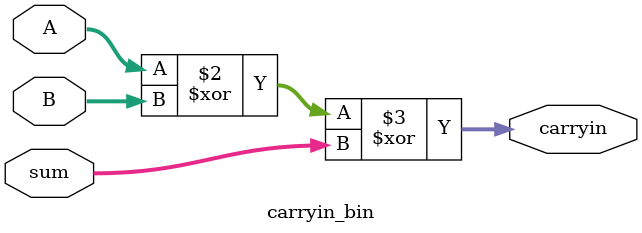
<source format=v>


// Given two *binary* signed or unsigned integers (`A` and `B`) and their sum
// or difference (`sum`), returns the carry-in which happened at each bit
// position during the addition or subtraction.  You can use this on any
// matching subset of bits of `A`, `B`, and `sum`.

// Figuring out the carry-ins has uses for sub-word bit-parallel computations,
// such as determining if a vector byte addition overflowed into the adjacent
// byte, but the main use is to get the carry-in *into* the most-significant
// bit of a sum. Comparing the final carry-in with the final carry-out allows
// us to determine if a signed overflow occured, and to [compute other
// arithmetic predicates](./Arithmetic_Predicates_Binary.html) (e.g.:
// less-than, greater-than-or-equal, etc...)

`default_nettype none

module carryin_bin
#(
    parameter WORD_WIDTH = 0
)
(
    input   wire    [WORD_WIDTH-1:0]    A,
    input   wire    [WORD_WIDTH-1:0]    B,
    input   wire    [WORD_WIDTH-1:0]    sum,
    output  reg     [WORD_WIDTH-1:0]    carryin
);

    initial begin
        carryin = {WORD_WIDTH{1'b0}};
    end

// Re-add the two integers without carries, which is merely XOR, then compare
// that carry-less sum with the input `sum` (this is also an XOR). If the sums
// differ, then a carry-in was present at that bit position during the input
// `sum`.

    always @(*) begin
        carryin = A ^ B ^ sum;
    end

endmodule


</source>
